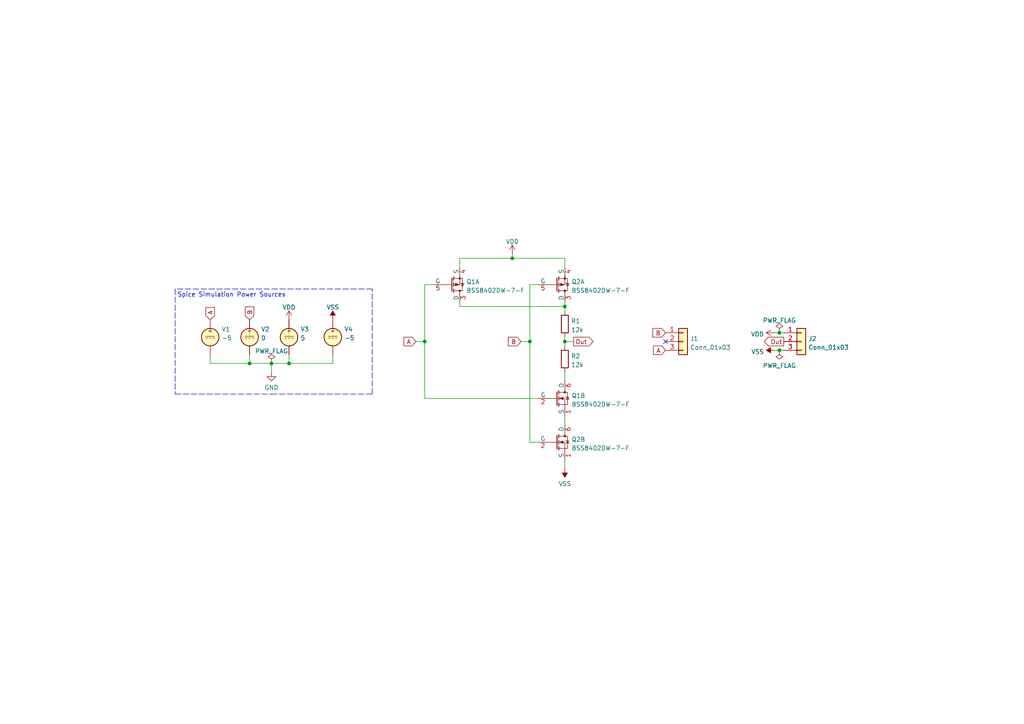
<source format=kicad_sch>
(kicad_sch (version 20250114) (generator "eeschema") (generator_version "9.0")
  (paper "A4")
  (title_block (title "Balanced Ternary Antimin Gate") (date "2022-08-05") (rev "0"))
  (lib_symbols
    (symbol "Connector_Generic:Conn_01x03" (pin_names (offset 1.016) (hide yes))
      (property "Reference" "J" (at 0 5.08 0))
      (property "Value" "Conn_01x03" (at 0 -5.08 0))
      (symbol "Conn_01x03_1_1"
        (rectangle (start -1.27 3.81) (end 1.27 -3.81) (stroke (width 0.254)) (fill (type background)))
        (rectangle (start -1.27 2.667) (end 0 2.413) (stroke (width 0.1524)))
        (rectangle (start -1.27 0.127) (end 0 -0.127) (stroke (width 0.1524)))
        (rectangle (start -1.27 -2.413) (end 0 -2.667) (stroke (width 0.1524)))
        (pin passive line (at -5.08 2.54 0) (length 3.81) (name "Pin_1") (number "1"))
        (pin passive line (at -5.08 0 0) (length 3.81) (name "Pin_2") (number "2"))
        (pin passive line (at -5.08 -2.54 0) (length 3.81) (name "Pin_3") (number "3"))
      )
    )
    (symbol "Device:R" (pin_numbers (hide yes)) (pin_names (offset 0))
      (property "Reference" "R" (at 2.032 0 90))
      (property "Value" "R" (at 0 0 90))
      (symbol "R_0_1"
        (rectangle (start -1.016 -2.54) (end 1.016 2.54) (stroke (width 0.254)))
      )
      (symbol "R_1_1"
        (pin passive line (at 0 3.81 270) (length 1.27) (name "~") (number "1"))
        (pin passive line (at 0 -3.81 90) (length 1.27) (name "~") (number "2"))
      )
    )
    (symbol "Simulation_SPICE:VDC" (pin_numbers (hide yes)) (pin_names (offset 0.0254))
      (property "Reference" "V" (at 2.54 2.54 0))
      (property "Value" "VDC" (at 2.54 0 0))
      (property "Spice_Model" "dc(1)" (at 2.54 -2.54 0))
      (symbol "VDC_0_0"
        (polyline (pts (xy -1.27 0.254) (xy 1.27 0.254)))
        (polyline (pts (xy -0.762 -0.254) (xy -1.27 -0.254)))
        (polyline (pts (xy 0.254 -0.254) (xy -0.254 -0.254)))
        (polyline (pts (xy 1.27 -0.254) (xy 0.762 -0.254)))
        (text "+" (at 0 1.905 0) (effects (font (size 1.27 1.27))))
      )
      (symbol "VDC_0_1"
        (circle (center 0 0) (radius 2.54) (stroke (width 0.254)) (fill (type background)))
      )
      (symbol "VDC_1_1"
        (pin passive line (at 0 5.08 270) (length 2.54) (name "~") (number "1"))
        (pin passive line (at 0 -5.08 90) (length 2.54) (name "~") (number "2"))
      )
    )
    (symbol "Tritium:BSS8402DW-7-F" (pin_names (offset 0))
      (property "Reference" "Q" (at 2.54 1.27 0))
      (property "Value" "BSS8402DW-7-F" (at 2.54 -1.27 0))
      (symbol "BSS8402DW-7-F_0_1"
        (polyline (pts (xy -2.286 0) (xy -5.08 0)))
        (polyline (pts (xy -2.286 -1.905) (xy -2.286 1.905)) (stroke (width 0.254)))
        (polyline (pts (xy -1.778 1.27) (xy -1.778 2.286)) (stroke (width 0.254)))
        (polyline (pts (xy -1.778 -0.508) (xy -1.778 0.508)) (stroke (width 0.254)))
        (polyline (pts (xy -1.778 -1.778) (xy 0.762 -1.778) (xy 0.762 1.778) (xy -1.778 1.778)))
        (polyline (pts (xy -1.778 -2.286) (xy -1.778 -1.27)) (stroke (width 0.254)))
        (polyline (pts (xy 0 2.54) (xy 0 1.778)))
        (circle (center 0 1.778) (radius 0.254) (fill (type outline)))
        (polyline (pts (xy 0.254 0.508) (xy 0.381 0.381) (xy 1.143 0.381) (xy 1.27 0.254)))
        (polyline (pts (xy 0.762 0.381) (xy 0.381 -0.254) (xy 1.143 -0.254) (xy 0.762 0.381)))
      )
      (symbol "BSS8402DW-7-F_1_1"
        (polyline (pts (xy -0.254 0) (xy -1.27 -0.381) (xy -1.27 0.381) (xy -0.254 0)) (fill (type outline)))
        (polyline (pts (xy 0 2.54) (xy 0 0) (xy -1.778 0)))
        (circle (center 0 -1.778) (radius 0.254) (fill (type outline)))
        (polyline (pts (xy 0 -2.54) (xy 0 -1.778)))
        (pin input line (at -7.62 0 0) (length 2.54) (name "G") (number "5"))
        (pin passive line (at 0 5.08 270) (length 2.54) (name "S") (number "4"))
        (pin passive line (at 0 -5.08 90) (length 2.54) (name "D") (number "3"))
      )
      (symbol "BSS8402DW-7-F_2_1"
        (polyline (pts (xy -1.524 0) (xy -0.508 0.381) (xy -0.508 -0.381) (xy -1.524 0)) (fill (type outline)))
        (polyline (pts (xy 0 -2.54) (xy 0 0) (xy -1.778 0)))
        (pin input line (at -7.62 0 0) (length 2.54) (name "G") (number "2"))
        (pin passive line (at 0 5.08 270) (length 2.54) (name "D") (number "6"))
        (pin passive line (at 0 -5.08 90) (length 2.54) (name "S") (number "1"))
      )
    )
    (symbol "power:GND" (power) (pin_names (offset 0))
      (property "Value" "GND" (at 0 -3.81 0))
      (symbol "GND_0_1"
        (polyline (pts (xy 0 0) (xy 0 -1.27) (xy 1.27 -1.27) (xy 0 -2.54) (xy -1.27 -1.27) (xy 0 -1.27)))
      )
      (symbol "GND_1_1"
        (pin power_in line (at 0 0 270) (length 0) (hide yes) (name "GND") (number "1"))
      )
    )
    (symbol "power:PWR_FLAG" (power) (pin_numbers (hide yes)) (pin_names (offset 0) (hide yes))
      (property "Value" "PWR_FLAG" (at 0 3.81 0))
      (symbol "PWR_FLAG_0_0"
        (pin power_out line (at 0 0 90) (length 0) (name "pwr") (number "1"))
      )
      (symbol "PWR_FLAG_0_1"
        (polyline (pts (xy 0 0) (xy 0 1.27) (xy -1.016 1.905) (xy 0 2.54) (xy 1.016 1.905) (xy 0 1.27)))
      )
    )
    (symbol "power:VDD" (power) (pin_names (offset 0))
      (property "Value" "VDD" (at 0 3.81 0))
      (symbol "VDD_0_1"
        (polyline (pts (xy -0.762 1.27) (xy 0 2.54)))
        (polyline (pts (xy 0 2.54) (xy 0.762 1.27)))
        (polyline (pts (xy 0 0) (xy 0 2.54)))
      )
      (symbol "VDD_1_1"
        (pin power_in line (at 0 0 90) (length 0) (hide yes) (name "VDD") (number "1"))
      )
    )
    (symbol "power:VSS" (power) (pin_names (offset 0))
      (property "Value" "VSS" (at 0 3.81 0))
      (symbol "VSS_0_1"
        (polyline (pts (xy 0 0) (xy 0 2.54)))
        (polyline (pts (xy 0.762 1.27) (xy -0.762 1.27) (xy 0 2.54) (xy 0.762 1.27)) (fill (type outline)))
      )
      (symbol "VSS_1_1"
        (pin power_in line (at 0 0 90) (length 0) (hide yes) (name "VSS") (number "1"))
      )
    )
  )
  (text "Spice Simulation Power Sources" (at 51.435 86.36 0) (effects (font (size 1.27 1.27)) (justify left bottom)))
  (junction (at 163.83 88.9))
  (junction (at 153.67 99.06))
  (junction (at 78.74 105.41))
  (junction (at 83.82 105.41))
  (junction (at 123.19 99.06))
  (junction (at 226.06 96.52))
  (junction (at 163.83 99.06))
  (junction (at 226.06 101.6))
  (junction (at 148.59 74.93))
  (junction (at 72.39 105.41))
  (no_connect (at 193.04 99.06))
  (wire (pts (xy 123.19 99.06) (xy 123.19 115.57)))
  (wire (pts (xy 133.35 87.63) (xy 133.35 88.9)))
  (wire (pts (xy 60.96 102.87) (xy 60.96 105.41)))
  (wire (pts (xy 163.83 120.65) (xy 163.83 123.19)))
  (wire (pts (xy 123.19 82.55) (xy 123.19 99.06)))
  (wire (pts (xy 226.06 96.52) (xy 227.33 96.52)))
  (wire (pts (xy 123.19 115.57) (xy 156.21 115.57)))
  (polyline (pts (xy 50.8 114.3) (xy 78.74 114.3)) (stroke (width 0) (type dash)))
  (wire (pts (xy 163.83 97.79) (xy 163.83 99.06)))
  (wire (pts (xy 153.67 99.06) (xy 153.67 128.27)))
  (polyline (pts (xy 107.95 83.82) (xy 50.8 83.82)) (stroke (width 0) (type dash)))
  (wire (pts (xy 163.83 99.06) (xy 166.37 99.06)))
  (wire (pts (xy 224.79 96.52) (xy 226.06 96.52)))
  (wire (pts (xy 163.83 107.95) (xy 163.83 110.49)))
  (wire (pts (xy 83.82 105.41) (xy 96.52 105.41)))
  (wire (pts (xy 120.65 99.06) (xy 123.19 99.06)))
  (wire (pts (xy 133.35 77.47) (xy 133.35 74.93)))
  (wire (pts (xy 78.74 105.41) (xy 83.82 105.41)))
  (wire (pts (xy 226.06 101.6) (xy 227.33 101.6)))
  (wire (pts (xy 224.79 101.6) (xy 226.06 101.6)))
  (wire (pts (xy 148.59 74.93) (xy 163.83 74.93)))
  (wire (pts (xy 163.83 87.63) (xy 163.83 88.9)))
  (wire (pts (xy 163.83 133.35) (xy 163.83 135.89)))
  (wire (pts (xy 163.83 74.93) (xy 163.83 77.47)))
  (wire (pts (xy 148.59 73.66) (xy 148.59 74.93)))
  (wire (pts (xy 163.83 99.06) (xy 163.83 100.33)))
  (wire (pts (xy 153.67 128.27) (xy 156.21 128.27)))
  (polyline (pts (xy 78.74 114.3) (xy 107.95 114.3)) (stroke (width 0) (type dash)))
  (wire (pts (xy 156.21 82.55) (xy 153.67 82.55)))
  (wire (pts (xy 83.82 102.87) (xy 83.82 105.41)))
  (wire (pts (xy 78.74 105.41) (xy 78.74 107.95)))
  (wire (pts (xy 72.39 105.41) (xy 78.74 105.41)))
  (wire (pts (xy 60.96 105.41) (xy 72.39 105.41)))
  (polyline (pts (xy 107.95 114.3) (xy 107.95 83.82)) (stroke (width 0) (type dash)))
  (polyline (pts (xy 50.8 83.82) (xy 50.8 114.3)) (stroke (width 0) (type dash)))
  (wire (pts (xy 163.83 88.9) (xy 163.83 90.17)))
  (wire (pts (xy 151.13 99.06) (xy 153.67 99.06)))
  (wire (pts (xy 133.35 88.9) (xy 163.83 88.9)))
  (wire (pts (xy 133.35 74.93) (xy 148.59 74.93)))
  (wire (pts (xy 72.39 102.87) (xy 72.39 105.41)))
  (wire (pts (xy 96.52 105.41) (xy 96.52 102.87)))
  (wire (pts (xy 153.67 82.55) (xy 153.67 99.06)))
  (wire (pts (xy 125.73 82.55) (xy 123.19 82.55)))
  (global_label "Out" (shape output) (at 166.37 99.06 0) (property "Intersheetrefs" "${INTERSHEET_REFS}" (effects (hide yes))))
  (global_label "A" (shape input) (at 193.04 101.6 180) (property "Intersheetrefs" "${INTERSHEET_REFS}" (effects (hide yes))))
  (global_label "Out" (shape output) (at 227.33 99.06 180) (property "Intersheetrefs" "${INTERSHEET_REFS}" (effects (hide yes))))
  (global_label "A" (shape input) (at 60.96 92.71 90) (property "Intersheetrefs" "${INTERSHEET_REFS}" (effects (hide yes))))
  (global_label "B" (shape input) (at 151.13 99.06 180) (property "Intersheetrefs" "${INTERSHEET_REFS}" (effects (hide yes))))
  (global_label "B" (shape input) (at 72.39 92.71 90) (property "Intersheetrefs" "${INTERSHEET_REFS}" (effects (hide yes))))
  (global_label "B" (shape input) (at 193.04 96.52 180) (property "Intersheetrefs" "${INTERSHEET_REFS}" (effects (hide yes))))
  (global_label "A" (shape input) (at 120.65 99.06 180) (property "Intersheetrefs" "${INTERSHEET_REFS}" (effects (hide yes))))
  (symbol (lib_id "power:PWR_FLAG") (at 226.06 96.52 0) (unit 1)
    (property "Reference" "#FLG01" (effects (hide yes)))
    (property "Value" "PWR_FLAG" (at 226.06 92.9442 0))
  )
  (symbol (lib_id "power:PWR_FLAG") (at 226.06 101.6 180) (unit 1)
    (property "Reference" "#FLG02" (effects (hide yes)))
    (property "Value" "PWR_FLAG" (at 226.06 106.0434 0))
  )
  (symbol (lib_id "Device:R") (at 163.83 93.98 0) (unit 1)
    (property "Reference" "R1" (at 165.608 93.1453 0) (effects (justify left)))
    (property "Value" "12k" (at 165.608 95.6822 0) (effects (justify left)))
    (property "Footprint" "Resistor_SMD:R_0603_1608Metric_Pad0.98x0.95mm_HandSolder" (effects (hide yes)))
  )
  (symbol (lib_id "Connector_Generic:Conn_01x03") (at 198.12 99.06 0) (unit 1) (exclude_from_sim yes)
    (property "Reference" "J1" (at 200.152 98.2253 0) (effects (justify left)))
    (property "Value" "Conn_01x03" (at 200.152 100.7622 0) (effects (justify left)))
    (property "Footprint" "Tritium:PinHeader_1x03_P2.54mm_Vertical_NoSilkscreen" (effects (hide yes)))
    (property "Sim.Device" "SPICE" (effects (hide yes)))
    (property "Sim.Params" "type=\"J\" model=\"Conn_01x03\" lib=\"\"" (effects (hide yes)))
    (property "Sim.Pins" "1=1 2=2 3=3" (effects (hide yes)))
  )
  (symbol (lib_id "Simulation_SPICE:VDC") (at 96.52 97.79 0) (unit 1)
    (property "Reference" "V4" (at 99.822 95.4971 0) (effects (justify left)))
    (property "Value" "-5" (at 99.822 98.034 0) (effects (justify left)))
    (property "Sim.Device" "V" (effects (hide yes)))
    (property "Sim.Type" "DC" (effects (hide yes)))
    (property "Sim.Pins" "1=+ 2=-" (effects (hide yes)))
  )
  (symbol (lib_id "Simulation_SPICE:VDC") (at 83.82 97.79 0) (unit 1)
    (property "Reference" "V3" (at 87.122 95.4971 0) (effects (justify left)))
    (property "Value" "5" (at 87.122 98.034 0) (effects (justify left)))
    (property "Sim.Device" "V" (effects (hide yes)))
    (property "Sim.Type" "DC" (effects (hide yes)))
    (property "Sim.Pins" "1=+ 2=-" (effects (hide yes)))
  )
  (symbol (lib_id "Tritium:BSS8402DW-7-F") (at 163.83 115.57 0) (unit 2)
    (property "Reference" "Q1" (at 165.735 114.7353 0) (effects (justify left)))
    (property "Value" "BSS8402DW-7-F" (at 165.735 117.2722 0) (effects (justify left)))
    (property "Footprint" "Package_TO_SOT_SMD:SOT-363_SC-70-6_Handsoldering" (effects (hide yes)))
    (property "Datasheet" "https://www.diodes.com/assets/Datasheets/ds30380.pdf" (effects (hide yes)))
    (property "Sim.Device" "SPICE" (effects (hide yes)))
    (property "Sim.Params" "type=\"X\" model=\"BSS8402DW\" lib=\"/lab/dev/tritium/library/TritiumSpice.lib\"" (effects (hide yes)))
    (property "Sim.Pins" "1=1 2=2 6=3" (effects (hide yes)))
  )
  (symbol (lib_id "power:VDD") (at 83.82 92.71 0) (unit 1)
    (property "Reference" "#PWR06" (effects (hide yes)))
    (property "Value" "VDD" (at 83.82 89.1342 0))
  )
  (symbol (lib_id "power:VDD") (at 224.79 96.52 90) (unit 1)
    (property "Reference" "#PWR03" (effects (hide yes)))
    (property "Value" "VDD" (at 221.615 96.9538 90) (effects (justify left)))
  )
  (symbol (lib_id "power:VSS") (at 224.79 101.6 90) (unit 1)
    (property "Reference" "#PWR04" (effects (hide yes)))
    (property "Value" "VSS" (at 221.615 102.0338 90) (effects (justify left)))
  )
  (symbol (lib_id "Tritium:BSS8402DW-7-F") (at 163.83 82.55 0) (unit 1)
    (property "Reference" "Q2" (at 165.735 81.7153 0) (effects (justify left)))
    (property "Value" "BSS8402DW-7-F" (at 165.735 84.2522 0) (effects (justify left)))
    (property "Footprint" "Package_TO_SOT_SMD:SOT-363_SC-70-6_Handsoldering" (effects (hide yes)))
    (property "Datasheet" "https://www.diodes.com/assets/Datasheets/ds30380.pdf" (effects (hide yes)))
    (property "Sim.Device" "SPICE" (effects (hide yes)))
    (property "Sim.Params" "type=\"X\" model=\"BSS8402DW\" lib=\"/lab/dev/tritium/library/TritiumSpice.lib\"" (effects (hide yes)))
    (property "Sim.Pins" "3=1 4=2 5=3" (effects (hide yes)))
  )
  (symbol (lib_id "power:GND") (at 78.74 107.95 0) (unit 1)
    (property "Reference" "#PWR05" (effects (hide yes)))
    (property "Value" "GND" (at 78.74 112.3934 0))
  )
  (symbol (lib_id "Connector_Generic:Conn_01x03") (at 232.41 99.06 0) (unit 1) (exclude_from_sim yes)
    (property "Reference" "J2" (at 234.442 98.2253 0) (effects (justify left)))
    (property "Value" "Conn_01x03" (at 234.442 100.7622 0) (effects (justify left)))
    (property "Footprint" "Tritium:PinHeader_1x03_P2.54mm_Vertical_NoSilkscreen" (effects (hide yes)))
    (property "Sim.Device" "SPICE" (effects (hide yes)))
    (property "Sim.Params" "type=\"J\" model=\"Conn_01x03\" lib=\"\"" (effects (hide yes)))
    (property "Sim.Pins" "1=1 2=2 3=3" (effects (hide yes)))
  )
  (symbol (lib_id "power:VDD") (at 148.59 73.66 0) (unit 1)
    (property "Reference" "#PWR01" (effects (hide yes)))
    (property "Value" "VDD" (at 148.59 70.0842 0))
  )
  (symbol (lib_id "Tritium:BSS8402DW-7-F") (at 163.83 128.27 0) (unit 2)
    (property "Reference" "Q2" (at 165.735 127.4353 0) (effects (justify left)))
    (property "Value" "BSS8402DW-7-F" (at 165.735 129.9722 0) (effects (justify left)))
    (property "Footprint" "Package_TO_SOT_SMD:SOT-363_SC-70-6_Handsoldering" (effects (hide yes)))
    (property "Datasheet" "https://www.diodes.com/assets/Datasheets/ds30380.pdf" (effects (hide yes)))
    (property "Sim.Device" "SPICE" (effects (hide yes)))
    (property "Sim.Params" "type=\"X\" model=\"BSS8402DW\" lib=\"/lab/dev/tritium/library/TritiumSpice.lib\"" (effects (hide yes)))
    (property "Sim.Pins" "1=1 2=2 6=3" (effects (hide yes)))
  )
  (symbol (lib_id "Device:R") (at 163.83 104.14 0) (unit 1)
    (property "Reference" "R2" (at 165.608 103.3053 0) (effects (justify left)))
    (property "Value" "12k" (at 165.608 105.8422 0) (effects (justify left)))
    (property "Footprint" "Resistor_SMD:R_0603_1608Metric_Pad0.98x0.95mm_HandSolder" (effects (hide yes)))
  )
  (symbol (lib_id "Tritium:BSS8402DW-7-F") (at 133.35 82.55 0) (unit 1)
    (property "Reference" "Q1" (at 135.255 81.7153 0) (effects (justify left)))
    (property "Value" "BSS8402DW-7-F" (at 135.255 84.2522 0) (effects (justify left)))
    (property "Footprint" "Package_TO_SOT_SMD:SOT-363_SC-70-6_Handsoldering" (effects (hide yes)))
    (property "Datasheet" "https://www.diodes.com/assets/Datasheets/ds30380.pdf" (effects (hide yes)))
    (property "Sim.Device" "SPICE" (effects (hide yes)))
    (property "Sim.Params" "type=\"X\" model=\"BSS8402DW\" lib=\"/lab/dev/tritium/library/TritiumSpice.lib\"" (effects (hide yes)))
    (property "Sim.Pins" "3=1 4=2 5=3" (effects (hide yes)))
  )
  (symbol (lib_id "Simulation_SPICE:VDC") (at 72.39 97.79 0) (unit 1)
    (property "Reference" "V2" (at 75.692 95.4971 0) (effects (justify left)))
    (property "Value" "0" (at 75.692 98.034 0) (effects (justify left)))
    (property "Sim.Device" "V" (effects (hide yes)))
    (property "Sim.Type" "DC" (effects (hide yes)))
    (property "Sim.Pins" "1=+ 2=-" (effects (hide yes)))
  )
  (symbol (lib_id "Simulation_SPICE:VDC") (at 60.96 97.79 0) (unit 1)
    (property "Reference" "V1" (at 64.262 95.4971 0) (effects (justify left)))
    (property "Value" "-5" (at 64.262 98.034 0) (effects (justify left)))
    (property "Sim.Device" "V" (effects (hide yes)))
    (property "Sim.Type" "DC" (effects (hide yes)))
    (property "Sim.Pins" "1=+ 2=-" (effects (hide yes)))
  )
  (symbol (lib_id "power:VSS") (at 96.52 92.71 0) (unit 1)
    (property "Reference" "#PWR07" (effects (hide yes)))
    (property "Value" "VSS" (at 96.52 89.1342 0))
  )
  (symbol (lib_id "power:PWR_FLAG") (at 78.74 105.41 0) (unit 1)
    (property "Reference" "#FLG03" (effects (hide yes)))
    (property "Value" "PWR_FLAG" (at 78.74 101.8342 0))
  )
  (symbol (lib_id "power:VSS") (at 163.83 135.89 180) (unit 1)
    (property "Reference" "#PWR02" (effects (hide yes)))
    (property "Value" "VSS" (at 163.83 140.3334 0))
  )
)
</source>
